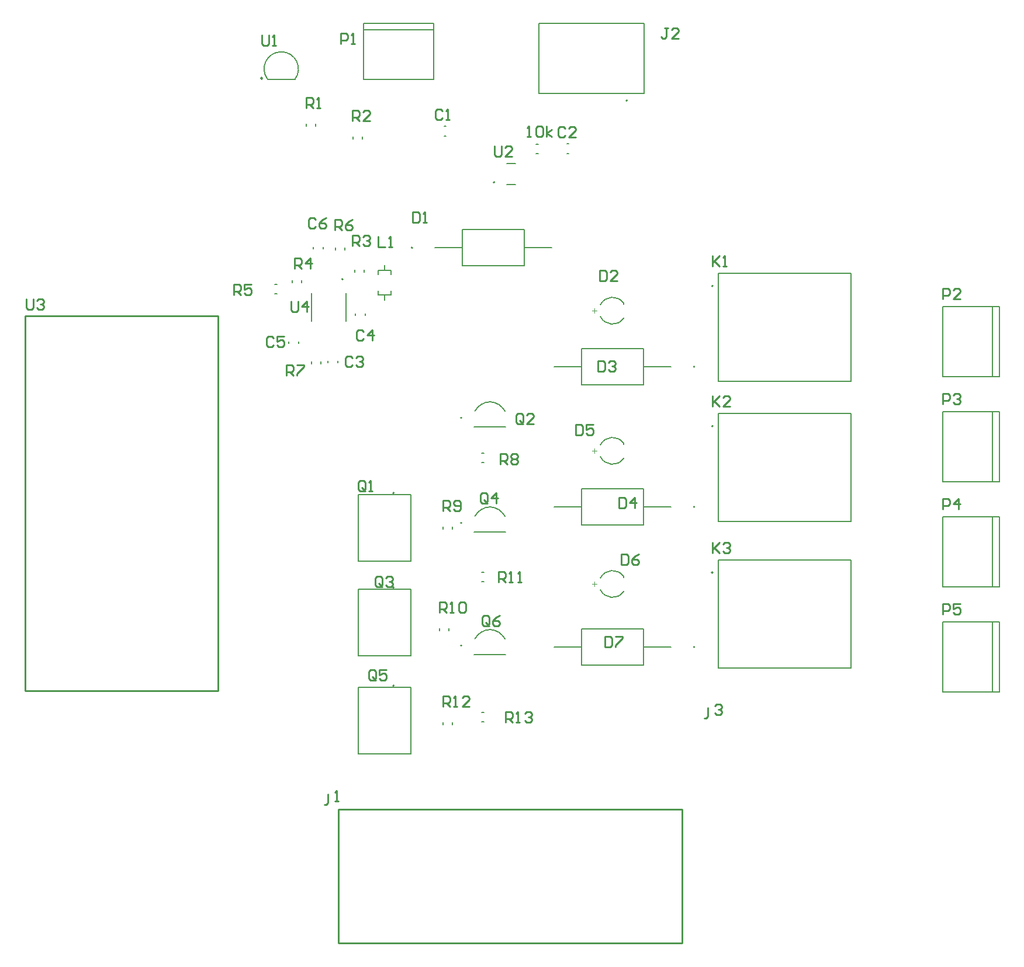
<source format=gto>
G04*
G04 #@! TF.GenerationSoftware,Altium Limited,Altium Designer,25.5.2 (35)*
G04*
G04 Layer_Color=65535*
%FSLAX44Y44*%
%MOMM*%
G71*
G04*
G04 #@! TF.SameCoordinates,152D6A4D-AA4F-4EEC-A116-D63785992ADA*
G04*
G04*
G04 #@! TF.FilePolarity,Positive*
G04*
G01*
G75*
%ADD10C,0.2000*%
%ADD11C,0.2500*%
%ADD12C,0.1500*%
%ADD13C,0.1270*%
%ADD14C,0.2540*%
%ADD15C,0.1000*%
D10*
X547100Y365760D02*
G03*
X547100Y365760I-1000J0D01*
G01*
Y502920D02*
G03*
X547100Y502920I-1000J0D01*
G01*
Y223520D02*
G03*
X547100Y223520I-1000J0D01*
G01*
X403340Y1102600D02*
G03*
X363740Y1102600I-19800J15000D01*
G01*
X982600Y685800D02*
G03*
X982600Y685800I-1000J0D01*
G01*
Y279400D02*
G03*
X982600Y279400I-1000J0D01*
G01*
Y482600D02*
G03*
X982600Y482600I-1000J0D01*
G01*
X472920Y812560D02*
G03*
X472920Y812560I-1000J0D01*
G01*
X644910Y611700D02*
G03*
X644910Y611700I-1000J0D01*
G01*
Y459300D02*
G03*
X644910Y459300I-1000J0D01*
G01*
Y281500D02*
G03*
X644910Y281500I-1000J0D01*
G01*
X884920Y1071840D02*
G03*
X884920Y1071840I-1000J0D01*
G01*
X1008790Y387350D02*
G03*
X1008790Y387350I-1000J0D01*
G01*
Y599750D02*
G03*
X1008790Y599750I-1000J0D01*
G01*
Y802950D02*
G03*
X1008790Y802950I-1000J0D01*
G01*
X692780Y953200D02*
G03*
X692780Y953200I-1000J0D01*
G01*
X573880Y858520D02*
G03*
X573880Y858520I-1000J0D01*
G01*
X363740Y1102600D02*
X403340D01*
X444130Y857270D02*
Y859770D01*
X429630Y857270D02*
Y859770D01*
X490590Y760100D02*
Y762600D01*
X505090Y760100D02*
Y762600D01*
X465720Y692170D02*
Y694670D01*
X451220Y692170D02*
Y694670D01*
X394070Y719460D02*
Y721960D01*
X408570Y719460D02*
Y721960D01*
X797580Y994780D02*
X800080D01*
X797580Y1009280D02*
X800080D01*
X619780Y1020180D02*
X622280D01*
X619780Y1034680D02*
X622280D01*
D11*
X356490Y1104100D02*
G03*
X356490Y1104100I-1250J0D01*
G01*
D12*
X845722Y362398D02*
G03*
X879306Y359703I17578J8442D01*
G01*
Y381977D02*
G03*
X845722Y379282I-16006J-11137D01*
G01*
Y555438D02*
G03*
X879306Y552743I17578J8442D01*
G01*
Y575017D02*
G03*
X845722Y572322I-16006J-11137D01*
G01*
Y758639D02*
G03*
X879306Y755943I17578J8442D01*
G01*
Y778217D02*
G03*
X845722Y775521I-16006J-11137D01*
G01*
X879306Y359703D02*
Y361133D01*
Y380546D02*
Y381977D01*
Y552743D02*
Y554174D01*
Y573587D02*
Y575017D01*
Y755943D02*
Y757374D01*
Y776786D02*
Y778217D01*
D13*
X707700Y621190D02*
G03*
X685586Y635008I-23024J-12242D01*
G01*
X686014D02*
G03*
X663900Y621190I910J-26061D01*
G01*
X707700Y468790D02*
G03*
X685586Y482608I-23024J-12242D01*
G01*
X686014D02*
G03*
X663900Y468790I910J-26061D01*
G01*
X707700Y290990D02*
G03*
X685586Y304808I-23024J-12242D01*
G01*
X686014D02*
G03*
X663900Y290990I910J-26061D01*
G01*
X495300Y363220D02*
X571500D01*
X495300Y266700D02*
X571500D01*
Y363220D01*
X495300Y266700D02*
Y363220D01*
Y500380D02*
X571500D01*
X495300Y403860D02*
X571500D01*
Y500380D01*
X495300Y403860D02*
Y500380D01*
Y220980D02*
X571500D01*
X495300Y124460D02*
X571500D01*
Y220980D01*
X495300Y124460D02*
Y220980D01*
X673940Y374200D02*
X677340D01*
X673940Y387800D02*
X677340D01*
X673940Y546920D02*
X677340D01*
X673940Y560520D02*
X677340D01*
X778900Y685800D02*
X818600D01*
X908600D02*
X948300D01*
X818600Y659300D02*
X908600D01*
X818600D02*
Y685800D01*
Y712300D01*
X908600D01*
Y685800D02*
Y712300D01*
Y659300D02*
Y685800D01*
X778900Y279400D02*
X818600D01*
X908600D02*
X948300D01*
X818600Y252900D02*
X908600D01*
X818600D02*
Y279400D01*
Y305900D01*
X908600D01*
Y279400D02*
Y305900D01*
Y252900D02*
Y279400D01*
X778900Y482600D02*
X818600D01*
X908600D02*
X948300D01*
X818600Y456100D02*
X908600D01*
X818600D02*
Y482600D01*
Y509100D01*
X908600D01*
Y482600D02*
Y509100D01*
Y456100D02*
Y482600D01*
X427120Y752160D02*
Y792160D01*
X477120Y752160D02*
Y792160D01*
X475430Y854900D02*
Y858300D01*
X461830Y854900D02*
Y858300D01*
X489770Y823150D02*
Y826550D01*
X503370Y823150D02*
Y826550D01*
X441140Y690450D02*
Y693850D01*
X427540Y690450D02*
Y693850D01*
X374220Y804980D02*
X377620D01*
X374220Y791380D02*
X377620D01*
X413200Y807910D02*
Y811310D01*
X399600Y807910D02*
Y811310D01*
X673940Y171000D02*
X677340D01*
X673940Y184600D02*
X677340D01*
X662800Y599000D02*
X708800D01*
X662800Y446600D02*
X708800D01*
X662800Y268800D02*
X708800D01*
X502920Y1174000D02*
X604520D01*
Y1102000D02*
Y1174000D01*
Y1184000D01*
X502920D02*
X604520D01*
X502920Y1174000D02*
Y1184000D01*
Y1102000D02*
Y1174000D01*
Y1102000D02*
X604520D01*
X909320Y1081840D02*
Y1183840D01*
X756920Y1081840D02*
Y1183840D01*
Y1081840D02*
X909320D01*
X756920Y1183840D02*
X909320D01*
X1016790Y405350D02*
X1208790D01*
Y249350D02*
Y405350D01*
X1016790Y249350D02*
X1208790D01*
X1016790D02*
Y405350D01*
Y617750D02*
X1208790D01*
Y461750D02*
Y617750D01*
X1016790Y461750D02*
X1208790D01*
X1016790D02*
Y617750D01*
X626560Y303100D02*
Y306500D01*
X612960Y303100D02*
Y306500D01*
X631640Y166550D02*
Y169950D01*
X618040Y166550D02*
Y169950D01*
X433520Y1034620D02*
Y1038020D01*
X419920Y1034620D02*
Y1038020D01*
X1342030Y214630D02*
Y316230D01*
X1414030D01*
X1424030D01*
Y214630D02*
Y316230D01*
X1414030Y214630D02*
X1424030D01*
X1342030D02*
X1414030D01*
Y316230D01*
X1016790Y664950D02*
Y820950D01*
Y664950D02*
X1208790D01*
Y820950D01*
X1016790D02*
X1208790D01*
X618040Y450420D02*
Y453820D01*
X631640Y450420D02*
Y453820D01*
X752680Y995230D02*
X756080D01*
X752680Y1008830D02*
X756080D01*
X709980Y950200D02*
X722580D01*
X709980Y980200D02*
X722580D01*
X524150Y790220D02*
Y796020D01*
Y790220D02*
X533400D01*
X542650D01*
Y796020D01*
X533400Y782220D02*
Y790220D01*
X524150Y825220D02*
X533400D01*
X542650D01*
X524150Y819420D02*
Y825220D01*
X542650Y819420D02*
Y825220D01*
X533400D02*
Y833220D01*
X487230Y1016180D02*
Y1019580D01*
X500830Y1016180D02*
Y1019580D01*
X645880Y858520D02*
Y885020D01*
Y832020D02*
Y858520D01*
Y832020D02*
X735880D01*
Y858520D01*
Y885020D01*
X645880D02*
X735880D01*
X606180Y858520D02*
X645880D01*
X735880D02*
X775580D01*
X1342030Y367030D02*
Y468630D01*
X1414030D01*
X1424030D01*
Y367030D02*
Y468630D01*
X1414030Y367030D02*
X1424030D01*
X1342030D02*
X1414030D01*
Y468630D01*
X1342030Y519430D02*
Y621030D01*
X1414030D01*
X1424030D01*
Y519430D02*
Y621030D01*
X1414030Y519430D02*
X1424030D01*
X1342030D02*
X1414030D01*
Y621030D01*
X1342030Y671830D02*
Y773430D01*
X1414030D01*
X1424030D01*
Y671830D02*
Y773430D01*
X1414030Y671830D02*
X1424030D01*
X1342030D02*
X1414030D01*
Y773430D01*
D14*
X466090Y-149860D02*
Y44450D01*
X963930Y-149860D02*
Y44450D01*
X466090Y-149860D02*
X963930D01*
X466090Y44450D02*
X963930D01*
X12700Y215900D02*
X292100D01*
X12700Y759900D02*
X292100D01*
Y215900D02*
Y759900D01*
X12700Y215900D02*
Y759900D01*
X529591Y369572D02*
Y379728D01*
X527052Y382267D01*
X521973D01*
X519434Y379728D01*
Y369572D01*
X521973Y367033D01*
X527052D01*
X524512Y372111D02*
X529591Y367033D01*
X527052D02*
X529591Y369572D01*
X534669Y379728D02*
X537208Y382267D01*
X542287D01*
X544826Y379728D01*
Y377189D01*
X542287Y374650D01*
X539748D01*
X542287D01*
X544826Y372111D01*
Y369572D01*
X542287Y367033D01*
X537208D01*
X534669Y369572D01*
X505460Y508002D02*
Y518158D01*
X502921Y520698D01*
X497842D01*
X495303Y518158D01*
Y508002D01*
X497842Y505462D01*
X502921D01*
X500382Y510541D02*
X505460Y505462D01*
X502921D02*
X505460Y508002D01*
X510538Y505462D02*
X515617D01*
X513078D01*
Y520698D01*
X510538Y518158D01*
X520701Y233682D02*
Y243838D01*
X518162Y246378D01*
X513083D01*
X510544Y243838D01*
Y233682D01*
X513083Y231143D01*
X518162D01*
X515622Y236221D02*
X520701Y231143D01*
X518162D02*
X520701Y233682D01*
X535936Y246378D02*
X525779D01*
Y238760D01*
X530858Y241299D01*
X533397D01*
X535936Y238760D01*
Y233682D01*
X533397Y231143D01*
X528318D01*
X525779Y233682D01*
X355346Y1166363D02*
Y1153667D01*
X357885Y1151128D01*
X362963D01*
X365503Y1153667D01*
Y1166363D01*
X370581Y1151128D02*
X375659D01*
X373120D01*
Y1166363D01*
X370581Y1163824D01*
X698505Y373382D02*
Y388618D01*
X706123D01*
X708662Y386078D01*
Y381000D01*
X706123Y378461D01*
X698505D01*
X703584D02*
X708662Y373382D01*
X713740D02*
X718819D01*
X716280D01*
Y388618D01*
X713740Y386078D01*
X726436Y373382D02*
X731515D01*
X728976D01*
Y388618D01*
X726436Y386078D01*
X701044Y544832D02*
Y560067D01*
X708662D01*
X711201Y557528D01*
Y552450D01*
X708662Y549911D01*
X701044D01*
X706123D02*
X711201Y544832D01*
X716279Y557528D02*
X718818Y560067D01*
X723897D01*
X726436Y557528D01*
Y554989D01*
X723897Y552450D01*
X726436Y549911D01*
Y547372D01*
X723897Y544832D01*
X718818D01*
X716279Y547372D01*
Y549911D01*
X718818Y552450D01*
X716279Y554989D01*
Y557528D01*
X718818Y552450D02*
X723897D01*
X842014Y694688D02*
Y679453D01*
X849632D01*
X852171Y681992D01*
Y692148D01*
X849632Y694688D01*
X842014D01*
X857249Y692148D02*
X859788Y694688D01*
X864867D01*
X867406Y692148D01*
Y689609D01*
X864867Y687070D01*
X862327D01*
X864867D01*
X867406Y684531D01*
Y681992D01*
X864867Y679453D01*
X859788D01*
X857249Y681992D01*
X852174Y294638D02*
Y279403D01*
X859792D01*
X862331Y281942D01*
Y292098D01*
X859792Y294638D01*
X852174D01*
X867409D02*
X877566D01*
Y292098D01*
X867409Y281942D01*
Y279403D01*
X876304Y414017D02*
Y398783D01*
X883922D01*
X886461Y401322D01*
Y411478D01*
X883922Y414017D01*
X876304D01*
X901696D02*
X896618Y411478D01*
X891539Y406400D01*
Y401322D01*
X894078Y398783D01*
X899157D01*
X901696Y401322D01*
Y403861D01*
X899157Y406400D01*
X891539D01*
X872494Y496567D02*
Y481333D01*
X880112D01*
X882651Y483872D01*
Y494028D01*
X880112Y496567D01*
X872494D01*
X895347Y481333D02*
Y496567D01*
X887729Y488950D01*
X897886D01*
X810264Y601978D02*
Y586743D01*
X817882D01*
X820421Y589282D01*
Y599438D01*
X817882Y601978D01*
X810264D01*
X835656D02*
X825499D01*
Y594360D01*
X830577Y596899D01*
X833117D01*
X835656Y594360D01*
Y589282D01*
X833117Y586743D01*
X828038D01*
X825499Y589282D01*
X844554Y825498D02*
Y810263D01*
X852172D01*
X854711Y812802D01*
Y822958D01*
X852172Y825498D01*
X844554D01*
X869946Y810263D02*
X859789D01*
X869946Y820419D01*
Y822958D01*
X867407Y825498D01*
X862328D01*
X859789Y822958D01*
X397514Y781048D02*
Y768352D01*
X400053Y765813D01*
X405132D01*
X407671Y768352D01*
Y781048D01*
X420367Y765813D02*
Y781048D01*
X412749Y773430D01*
X422906D01*
X461014Y883923D02*
Y899157D01*
X468632D01*
X471171Y896618D01*
Y891540D01*
X468632Y889001D01*
X461014D01*
X466092D02*
X471171Y883923D01*
X486406Y899157D02*
X481328Y896618D01*
X476249Y891540D01*
Y886462D01*
X478788Y883923D01*
X483867D01*
X486406Y886462D01*
Y889001D01*
X483867Y891540D01*
X476249D01*
X433071Y899158D02*
X430532Y901697D01*
X425453D01*
X422914Y899158D01*
Y889002D01*
X425453Y886462D01*
X430532D01*
X433071Y889002D01*
X448306Y901697D02*
X443228Y899158D01*
X438149Y894080D01*
Y889002D01*
X440688Y886462D01*
X445767D01*
X448306Y889002D01*
Y891541D01*
X445767Y894080D01*
X438149D01*
X486414Y861062D02*
Y876298D01*
X494032D01*
X496571Y873758D01*
Y868680D01*
X494032Y866141D01*
X486414D01*
X491493D02*
X496571Y861062D01*
X501649Y873758D02*
X504188Y876298D01*
X509267D01*
X511806Y873758D01*
Y871219D01*
X509267Y868680D01*
X506727D01*
X509267D01*
X511806Y866141D01*
Y863602D01*
X509267Y861062D01*
X504188D01*
X501649Y863602D01*
X502921Y736598D02*
X500382Y739137D01*
X495303D01*
X492764Y736598D01*
Y726442D01*
X495303Y723903D01*
X500382D01*
X502921Y726442D01*
X515617Y723903D02*
Y739137D01*
X507999Y731520D01*
X518156D01*
X391164Y673102D02*
Y688337D01*
X398782D01*
X401321Y685798D01*
Y680720D01*
X398782Y678181D01*
X391164D01*
X396242D02*
X401321Y673102D01*
X406399Y688337D02*
X416556D01*
Y685798D01*
X406399Y675642D01*
Y673102D01*
X486411Y698498D02*
X483872Y701038D01*
X478793D01*
X476254Y698498D01*
Y688342D01*
X478793Y685803D01*
X483872D01*
X486411Y688342D01*
X491489Y698498D02*
X494028Y701038D01*
X499107D01*
X501646Y698498D01*
Y695959D01*
X499107Y693420D01*
X496567D01*
X499107D01*
X501646Y690881D01*
Y688342D01*
X499107Y685803D01*
X494028D01*
X491489Y688342D01*
X372111Y727708D02*
X369572Y730247D01*
X364493D01*
X361954Y727708D01*
Y717552D01*
X364493Y715013D01*
X369572D01*
X372111Y717552D01*
X387346Y730247D02*
X377189D01*
Y722630D01*
X382267Y725169D01*
X384807D01*
X387346Y722630D01*
Y717552D01*
X384807Y715013D01*
X379728D01*
X377189Y717552D01*
X314964Y789942D02*
Y805178D01*
X322582D01*
X325121Y802638D01*
Y797560D01*
X322582Y795021D01*
X314964D01*
X320042D02*
X325121Y789942D01*
X340356Y805178D02*
X330199D01*
Y797560D01*
X335277Y800099D01*
X337817D01*
X340356Y797560D01*
Y792482D01*
X337817Y789942D01*
X332738D01*
X330199Y792482D01*
X402594Y828043D02*
Y843278D01*
X410212D01*
X412751Y840738D01*
Y835660D01*
X410212Y833121D01*
X402594D01*
X407673D02*
X412751Y828043D01*
X425447D02*
Y843278D01*
X417829Y835660D01*
X427986D01*
X708666Y170182D02*
Y185417D01*
X716284D01*
X718823Y182878D01*
Y177800D01*
X716284Y175261D01*
X708666D01*
X713745D02*
X718823Y170182D01*
X723901D02*
X728980D01*
X726440D01*
Y185417D01*
X723901Y182878D01*
X736597D02*
X739136Y185417D01*
X744215D01*
X746754Y182878D01*
Y180339D01*
X744215Y177800D01*
X741675D01*
X744215D01*
X746754Y175261D01*
Y172722D01*
X744215Y170182D01*
X739136D01*
X736597Y172722D01*
X445773Y50803D02*
X448312D01*
X450852Y53342D01*
Y66038D01*
X461008Y55882D02*
X466087D01*
X463548D01*
Y71117D01*
X461008Y68577D01*
X734061Y605792D02*
Y615948D01*
X731522Y618488D01*
X726443D01*
X723904Y615948D01*
Y605792D01*
X726443Y603252D01*
X731522D01*
X728982Y608331D02*
X734061Y603252D01*
X731522D02*
X734061Y605792D01*
X749296Y603252D02*
X739139D01*
X749296Y613409D01*
Y615948D01*
X746757Y618488D01*
X741678D01*
X739139Y615948D01*
X681991Y490222D02*
Y500378D01*
X679452Y502918D01*
X674373D01*
X671834Y500378D01*
Y490222D01*
X674373Y487682D01*
X679452D01*
X676913Y492761D02*
X681991Y487682D01*
X679452D02*
X681991Y490222D01*
X694687Y487682D02*
Y502918D01*
X687069Y495300D01*
X697226D01*
X684531Y312422D02*
Y322578D01*
X681992Y325117D01*
X676913D01*
X674374Y322578D01*
Y312422D01*
X676913Y309883D01*
X681992D01*
X679453Y314961D02*
X684531Y309883D01*
X681992D02*
X684531Y312422D01*
X699766Y325117D02*
X694688Y322578D01*
X689609Y317500D01*
Y312422D01*
X692148Y309883D01*
X697227D01*
X699766Y312422D01*
Y314961D01*
X697227Y317500D01*
X689609D01*
X469903Y1154433D02*
Y1169668D01*
X477521D01*
X480060Y1167128D01*
Y1162050D01*
X477521Y1159511D01*
X469903D01*
X485138Y1154433D02*
X490217D01*
X487678D01*
Y1169668D01*
X485138Y1167128D01*
X943611Y1177288D02*
X938532D01*
X941072D01*
Y1164592D01*
X938532Y1162053D01*
X935993D01*
X933454Y1164592D01*
X958846Y1162053D02*
X948689D01*
X958846Y1172209D01*
Y1174748D01*
X956307Y1177288D01*
X951228D01*
X948689Y1174748D01*
X1008340Y431033D02*
Y415798D01*
Y420876D01*
X1018497Y431033D01*
X1010879Y423415D01*
X1018497Y415798D01*
X1023575Y428494D02*
X1026114Y431033D01*
X1031193D01*
X1033732Y428494D01*
Y425955D01*
X1031193Y423415D01*
X1028653D01*
X1031193D01*
X1033732Y420876D01*
Y418337D01*
X1031193Y415798D01*
X1026114D01*
X1023575Y418337D01*
X995934Y176532D02*
X998473D01*
X1001012Y179071D01*
Y191767D01*
X1011169Y194306D02*
X1013708Y196845D01*
X1018787D01*
X1021326Y194306D01*
Y191767D01*
X1018787Y189228D01*
X1016247D01*
X1018787D01*
X1021326Y186688D01*
Y184149D01*
X1018787Y181610D01*
X1013708D01*
X1011169Y184149D01*
X13970Y784093D02*
Y771397D01*
X16509Y768858D01*
X21588D01*
X24127Y771397D01*
Y784093D01*
X29205Y781554D02*
X31744Y784093D01*
X36823D01*
X39362Y781554D01*
Y779015D01*
X36823Y776476D01*
X34283D01*
X36823D01*
X39362Y773936D01*
Y771397D01*
X36823Y768858D01*
X31744D01*
X29205Y771397D01*
X1008380Y643377D02*
Y628142D01*
Y633220D01*
X1018537Y643377D01*
X1010919Y635760D01*
X1018537Y628142D01*
X1033772D02*
X1023615D01*
X1033772Y638299D01*
Y640838D01*
X1031233Y643377D01*
X1026154D01*
X1023615Y640838D01*
X612648Y329438D02*
Y344673D01*
X620266D01*
X622805Y342134D01*
Y337056D01*
X620266Y334516D01*
X612648D01*
X617726D02*
X622805Y329438D01*
X627883D02*
X632961D01*
X630422D01*
Y344673D01*
X627883Y342134D01*
X640579D02*
X643118Y344673D01*
X648196D01*
X650736Y342134D01*
Y331977D01*
X648196Y329438D01*
X643118D01*
X640579Y331977D01*
Y342134D01*
X617728Y192786D02*
Y208021D01*
X625345D01*
X627885Y205482D01*
Y200403D01*
X625345Y197864D01*
X617728D01*
X622806D02*
X627885Y192786D01*
X632963D02*
X638041D01*
X635502D01*
Y208021D01*
X632963Y205482D01*
X655816Y192786D02*
X645659D01*
X655816Y202943D01*
Y205482D01*
X653277Y208021D01*
X648198D01*
X645659Y205482D01*
X419608Y1060958D02*
Y1076193D01*
X427225D01*
X429765Y1073654D01*
Y1068576D01*
X427225Y1066036D01*
X419608D01*
X424686D02*
X429765Y1060958D01*
X434843D02*
X439921D01*
X437382D01*
Y1076193D01*
X434843Y1073654D01*
X1341882Y326644D02*
Y341879D01*
X1349500D01*
X1352039Y339340D01*
Y334262D01*
X1349500Y331722D01*
X1341882D01*
X1367274Y341879D02*
X1357117D01*
Y334262D01*
X1362195Y336801D01*
X1364735D01*
X1367274Y334262D01*
Y329183D01*
X1364735Y326644D01*
X1359656D01*
X1357117Y329183D01*
X692404Y1005835D02*
Y993139D01*
X694943Y990600D01*
X700022D01*
X702561Y993139D01*
Y1005835D01*
X717796Y990600D02*
X707639D01*
X717796Y1000757D01*
Y1003296D01*
X715257Y1005835D01*
X710178D01*
X707639Y1003296D01*
X617728Y476758D02*
Y491993D01*
X625345D01*
X627885Y489454D01*
Y484375D01*
X625345Y481836D01*
X617728D01*
X622806D02*
X627885Y476758D01*
X632963Y479297D02*
X635502Y476758D01*
X640581D01*
X643120Y479297D01*
Y489454D01*
X640581Y491993D01*
X635502D01*
X632963Y489454D01*
Y486915D01*
X635502Y484375D01*
X643120D01*
X486918Y1042416D02*
Y1057651D01*
X494535D01*
X497075Y1055112D01*
Y1050033D01*
X494535Y1047494D01*
X486918D01*
X491996D02*
X497075Y1042416D01*
X512310D02*
X502153D01*
X512310Y1052573D01*
Y1055112D01*
X509771Y1057651D01*
X504692D01*
X502153Y1055112D01*
X1341882Y479044D02*
Y494279D01*
X1349500D01*
X1352039Y491740D01*
Y486661D01*
X1349500Y484122D01*
X1341882D01*
X1364735Y479044D02*
Y494279D01*
X1357117Y486661D01*
X1367274D01*
X1341882Y631444D02*
Y646679D01*
X1349500D01*
X1352039Y644140D01*
Y639062D01*
X1349500Y636522D01*
X1341882D01*
X1357117Y644140D02*
X1359656Y646679D01*
X1364735D01*
X1367274Y644140D01*
Y641601D01*
X1364735Y639062D01*
X1362195D01*
X1364735D01*
X1367274Y636522D01*
Y633983D01*
X1364735Y631444D01*
X1359656D01*
X1357117Y633983D01*
X1341882Y783844D02*
Y799079D01*
X1349500D01*
X1352039Y796540D01*
Y791461D01*
X1349500Y788922D01*
X1341882D01*
X1367274Y783844D02*
X1357117D01*
X1367274Y794001D01*
Y796540D01*
X1364735Y799079D01*
X1359656D01*
X1357117Y796540D01*
X524002Y874517D02*
Y859282D01*
X534159D01*
X539237D02*
X544315D01*
X541776D01*
Y874517D01*
X539237Y871978D01*
X1008380Y846577D02*
Y831342D01*
Y836420D01*
X1018537Y846577D01*
X1010919Y838960D01*
X1018537Y831342D01*
X1023615D02*
X1028693D01*
X1026154D01*
Y846577D01*
X1023615Y844038D01*
X573532Y910585D02*
Y895350D01*
X581149D01*
X583689Y897889D01*
Y908046D01*
X581149Y910585D01*
X573532D01*
X588767Y895350D02*
X593845D01*
X591306D01*
Y910585D01*
X588767Y908046D01*
X794509Y1031490D02*
X791970Y1034029D01*
X786891D01*
X784352Y1031490D01*
Y1021333D01*
X786891Y1018794D01*
X791970D01*
X794509Y1021333D01*
X809744Y1018794D02*
X799587D01*
X809744Y1028951D01*
Y1031490D01*
X807205Y1034029D01*
X802126D01*
X799587Y1031490D01*
X616709Y1056890D02*
X614170Y1059429D01*
X609091D01*
X606552Y1056890D01*
Y1046733D01*
X609091Y1044194D01*
X614170D01*
X616709Y1046733D01*
X621787Y1044194D02*
X626865D01*
X624326D01*
Y1059429D01*
X621787Y1056890D01*
X739902Y1019302D02*
X744980D01*
X742441D01*
Y1034537D01*
X739902Y1031998D01*
X752598D02*
X755137Y1034537D01*
X760215D01*
X762755Y1031998D01*
Y1021841D01*
X760215Y1019302D01*
X755137D01*
X752598Y1021841D01*
Y1031998D01*
X767833Y1019302D02*
Y1034537D01*
Y1024380D02*
X775451Y1029459D01*
X767833Y1024380D02*
X775451Y1019302D01*
D15*
X837528Y374196D02*
Y367340D01*
X834100Y370768D02*
X840956D01*
X837528Y567236D02*
Y560380D01*
X834100Y563808D02*
X840956D01*
X837528Y770436D02*
Y763580D01*
X834100Y767008D02*
X840956D01*
M02*

</source>
